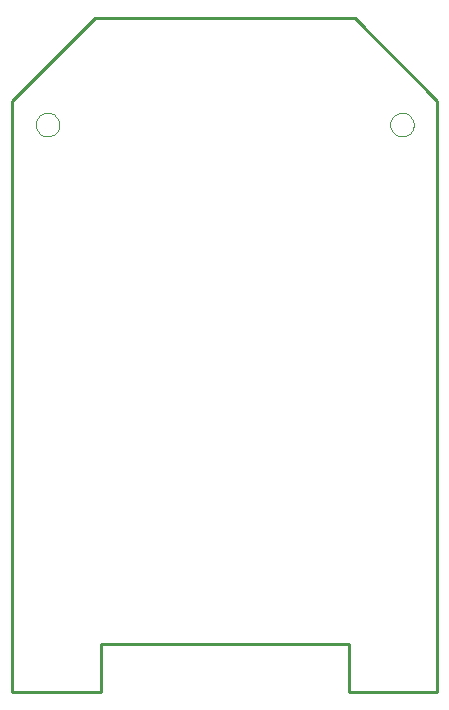
<source format=gko>
G75*
%MOIN*%
%OFA0B0*%
%FSLAX24Y24*%
%IPPOS*%
%LPD*%
%AMOC8*
5,1,8,0,0,1.08239X$1,22.5*
%
%ADD10C,0.0098*%
%ADD11C,0.0000*%
%ADD12C,0.0100*%
D10*
X000843Y003452D02*
X003796Y003452D01*
X000843Y003452D02*
X000843Y023137D01*
X003599Y025893D01*
X012261Y025893D01*
X015017Y023137D01*
X015017Y003452D01*
X012064Y003452D01*
D11*
X013441Y022349D02*
X013443Y022388D01*
X013449Y022427D01*
X013459Y022465D01*
X013472Y022502D01*
X013489Y022537D01*
X013509Y022571D01*
X013533Y022602D01*
X013560Y022631D01*
X013589Y022657D01*
X013621Y022680D01*
X013655Y022700D01*
X013691Y022716D01*
X013728Y022728D01*
X013767Y022737D01*
X013806Y022742D01*
X013845Y022743D01*
X013884Y022740D01*
X013923Y022733D01*
X013960Y022722D01*
X013997Y022708D01*
X014032Y022690D01*
X014065Y022669D01*
X014096Y022644D01*
X014124Y022617D01*
X014149Y022587D01*
X014171Y022554D01*
X014190Y022520D01*
X014205Y022484D01*
X014217Y022446D01*
X014225Y022408D01*
X014229Y022369D01*
X014229Y022329D01*
X014225Y022290D01*
X014217Y022252D01*
X014205Y022214D01*
X014190Y022178D01*
X014171Y022144D01*
X014149Y022111D01*
X014124Y022081D01*
X014096Y022054D01*
X014065Y022029D01*
X014032Y022008D01*
X013997Y021990D01*
X013960Y021976D01*
X013923Y021965D01*
X013884Y021958D01*
X013845Y021955D01*
X013806Y021956D01*
X013767Y021961D01*
X013728Y021970D01*
X013691Y021982D01*
X013655Y021998D01*
X013621Y022018D01*
X013589Y022041D01*
X013560Y022067D01*
X013533Y022096D01*
X013509Y022127D01*
X013489Y022161D01*
X013472Y022196D01*
X013459Y022233D01*
X013449Y022271D01*
X013443Y022310D01*
X013441Y022349D01*
X001630Y022349D02*
X001632Y022388D01*
X001638Y022427D01*
X001648Y022465D01*
X001661Y022502D01*
X001678Y022537D01*
X001698Y022571D01*
X001722Y022602D01*
X001749Y022631D01*
X001778Y022657D01*
X001810Y022680D01*
X001844Y022700D01*
X001880Y022716D01*
X001917Y022728D01*
X001956Y022737D01*
X001995Y022742D01*
X002034Y022743D01*
X002073Y022740D01*
X002112Y022733D01*
X002149Y022722D01*
X002186Y022708D01*
X002221Y022690D01*
X002254Y022669D01*
X002285Y022644D01*
X002313Y022617D01*
X002338Y022587D01*
X002360Y022554D01*
X002379Y022520D01*
X002394Y022484D01*
X002406Y022446D01*
X002414Y022408D01*
X002418Y022369D01*
X002418Y022329D01*
X002414Y022290D01*
X002406Y022252D01*
X002394Y022214D01*
X002379Y022178D01*
X002360Y022144D01*
X002338Y022111D01*
X002313Y022081D01*
X002285Y022054D01*
X002254Y022029D01*
X002221Y022008D01*
X002186Y021990D01*
X002149Y021976D01*
X002112Y021965D01*
X002073Y021958D01*
X002034Y021955D01*
X001995Y021956D01*
X001956Y021961D01*
X001917Y021970D01*
X001880Y021982D01*
X001844Y021998D01*
X001810Y022018D01*
X001778Y022041D01*
X001749Y022067D01*
X001722Y022096D01*
X001698Y022127D01*
X001678Y022161D01*
X001661Y022196D01*
X001648Y022233D01*
X001638Y022271D01*
X001632Y022310D01*
X001630Y022349D01*
D12*
X003796Y005027D02*
X012064Y005027D01*
X012064Y003452D01*
X003796Y003452D02*
X003796Y005027D01*
M02*

</source>
